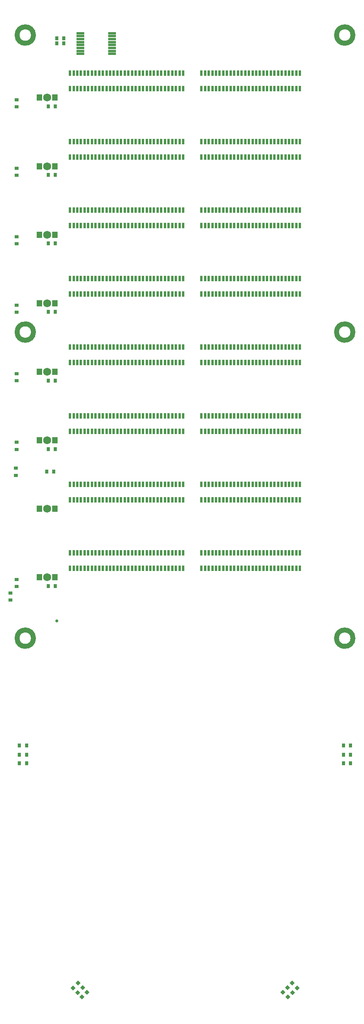
<source format=gts>
G04*
G04 #@! TF.GenerationSoftware,Altium Limited,Altium Designer,20.1.14 (287)*
G04*
G04 Layer_Color=8388736*
%FSLAX25Y25*%
%MOIN*%
G70*
G04*
G04 #@! TF.SameCoordinates,0DD39981-5369-47EA-9149-94963EAFD3A8*
G04*
G04*
G04 #@! TF.FilePolarity,Negative*
G04*
G01*
G75*
G04:AMPARAMS|DCode=21|XSize=29.78mil|YSize=32mil|CornerRadius=0mil|HoleSize=0mil|Usage=FLASHONLY|Rotation=135.000|XOffset=0mil|YOffset=0mil|HoleType=Round|Shape=Rectangle|*
%AMROTATEDRECTD21*
4,1,4,0.02184,0.00079,-0.00079,-0.02184,-0.02184,-0.00079,0.00079,0.02184,0.02184,0.00079,0.0*
%
%ADD21ROTATEDRECTD21*%

G04:AMPARAMS|DCode=22|XSize=29.78mil|YSize=32mil|CornerRadius=0mil|HoleSize=0mil|Usage=FLASHONLY|Rotation=45.000|XOffset=0mil|YOffset=0mil|HoleType=Round|Shape=Rectangle|*
%AMROTATEDRECTD22*
4,1,4,0.00079,-0.02184,-0.02184,0.00079,-0.00079,0.02184,0.02184,-0.00079,0.00079,-0.02184,0.0*
%
%ADD22ROTATEDRECTD22*%

%ADD23R,0.02978X0.03200*%
%ADD28R,0.03200X0.02978*%
%ADD33C,0.04331*%
%ADD34R,0.02362X0.05118*%
%ADD35R,0.06972X0.02172*%
%ADD36R,0.04567X0.05354*%
%ADD37C,0.06890*%
%ADD38C,0.02598*%
D21*
X88402Y-289190D02*
D03*
X92700Y-293488D02*
D03*
X92339Y-285253D02*
D03*
X96637Y-289550D02*
D03*
X88763Y-297425D02*
D03*
X84465Y-293127D02*
D03*
D22*
X-88402Y-289190D02*
D03*
X-92700Y-293488D02*
D03*
X-92339Y-285253D02*
D03*
X-96637Y-289550D02*
D03*
X-88763Y-297425D02*
D03*
X-84465Y-293127D02*
D03*
D23*
X-136725Y-80709D02*
D03*
X-142803D02*
D03*
X136725D02*
D03*
X142803D02*
D03*
Y-88583D02*
D03*
X136725D02*
D03*
X142803Y-95866D02*
D03*
X136725D02*
D03*
X-142803Y-88583D02*
D03*
X-136725D02*
D03*
X-142803Y-95866D02*
D03*
X-136725D02*
D03*
X-117999Y56693D02*
D03*
X-111921D02*
D03*
X-113299Y155413D02*
D03*
X-119377D02*
D03*
X-117999Y174803D02*
D03*
X-111921D02*
D03*
Y233858D02*
D03*
X-117999D02*
D03*
X-117999Y292913D02*
D03*
X-111921D02*
D03*
X-111922Y351966D02*
D03*
X-118000D02*
D03*
Y411021D02*
D03*
X-111922D02*
D03*
Y470076D02*
D03*
X-118000D02*
D03*
X-104539Y524311D02*
D03*
X-110617D02*
D03*
X-110617Y528839D02*
D03*
X-104539D02*
D03*
D28*
X-150492Y50677D02*
D03*
Y44599D02*
D03*
X-145275Y56410D02*
D03*
Y62488D02*
D03*
X-145964Y158256D02*
D03*
Y152178D02*
D03*
X-145275Y174520D02*
D03*
Y180598D02*
D03*
Y239653D02*
D03*
Y233575D02*
D03*
X-145275Y292630D02*
D03*
Y298708D02*
D03*
X-145276Y357761D02*
D03*
Y351683D02*
D03*
Y410738D02*
D03*
Y416816D02*
D03*
Y475871D02*
D03*
Y469793D02*
D03*
D33*
X-130708Y11811D02*
G03*
X-130708Y11811I-7087J0D01*
G01*
X144882D02*
G03*
X144882Y11811I-7087J0D01*
G01*
X-130708Y275590D02*
G03*
X-130708Y275590I-7087J0D01*
G01*
Y531496D02*
G03*
X-130708Y531496I-7087J0D01*
G01*
X144882Y275590D02*
G03*
X144882Y275590I-7087J0D01*
G01*
Y531496D02*
G03*
X144882Y531496I-7087J0D01*
G01*
D34*
X99213Y85433D02*
D03*
Y72047D02*
D03*
X96064Y85433D02*
D03*
Y72047D02*
D03*
X92914Y85433D02*
D03*
Y72047D02*
D03*
X89765Y85433D02*
D03*
Y72047D02*
D03*
X86615Y85433D02*
D03*
Y72047D02*
D03*
X83465Y85433D02*
D03*
Y72047D02*
D03*
X80316Y85433D02*
D03*
Y72047D02*
D03*
X77166Y85433D02*
D03*
Y72047D02*
D03*
X74016Y85433D02*
D03*
Y72047D02*
D03*
X70867Y85433D02*
D03*
Y72047D02*
D03*
X67717Y85433D02*
D03*
Y72047D02*
D03*
X64568Y85433D02*
D03*
Y72047D02*
D03*
X61418Y85433D02*
D03*
Y72047D02*
D03*
X58268Y85433D02*
D03*
Y72047D02*
D03*
X55119Y85433D02*
D03*
Y72047D02*
D03*
X51969Y85433D02*
D03*
Y72047D02*
D03*
X48820Y85433D02*
D03*
Y72047D02*
D03*
X45670Y85433D02*
D03*
Y72047D02*
D03*
X42520Y85433D02*
D03*
Y72047D02*
D03*
X39371Y85433D02*
D03*
Y72047D02*
D03*
X36221Y85433D02*
D03*
Y72047D02*
D03*
X33072Y85433D02*
D03*
Y72047D02*
D03*
X29922Y85433D02*
D03*
Y72047D02*
D03*
X26772Y85433D02*
D03*
Y72047D02*
D03*
X23623Y85433D02*
D03*
Y72047D02*
D03*
X20473Y85433D02*
D03*
Y72047D02*
D03*
X17324Y85433D02*
D03*
Y72047D02*
D03*
X14174Y85433D02*
D03*
Y72047D02*
D03*
X-1574Y85433D02*
D03*
Y72047D02*
D03*
X-4724Y85433D02*
D03*
Y72047D02*
D03*
X-7873Y85433D02*
D03*
Y72047D02*
D03*
X-11023Y85433D02*
D03*
Y72047D02*
D03*
X-14173Y85433D02*
D03*
Y72047D02*
D03*
X-17322Y85433D02*
D03*
Y72047D02*
D03*
X-20472Y85433D02*
D03*
Y72047D02*
D03*
X-23621Y85433D02*
D03*
Y72047D02*
D03*
X-26771Y85433D02*
D03*
Y72047D02*
D03*
X-29921Y85433D02*
D03*
Y72047D02*
D03*
X-33070Y85433D02*
D03*
Y72047D02*
D03*
X-36220Y85433D02*
D03*
Y72047D02*
D03*
X-39369Y85433D02*
D03*
Y72047D02*
D03*
X-42519Y85433D02*
D03*
Y72047D02*
D03*
X-45669Y85433D02*
D03*
Y72047D02*
D03*
X-48818Y85433D02*
D03*
Y72047D02*
D03*
X-51968Y85433D02*
D03*
Y72047D02*
D03*
X-55117Y85433D02*
D03*
Y72047D02*
D03*
X-58267Y85433D02*
D03*
Y72047D02*
D03*
X-61417Y85433D02*
D03*
Y72047D02*
D03*
X-64566Y85433D02*
D03*
Y72047D02*
D03*
X-67716Y85433D02*
D03*
Y72047D02*
D03*
X-70865Y85433D02*
D03*
Y72047D02*
D03*
X-74015Y85433D02*
D03*
Y72047D02*
D03*
X-77165Y85433D02*
D03*
Y72047D02*
D03*
X-80314Y85433D02*
D03*
Y72047D02*
D03*
X-83464Y85433D02*
D03*
Y72047D02*
D03*
X-86613Y85433D02*
D03*
Y72047D02*
D03*
X-89763Y85433D02*
D03*
Y72047D02*
D03*
X-92913Y85433D02*
D03*
Y72047D02*
D03*
X-96062Y85433D02*
D03*
Y72047D02*
D03*
X-99212Y85433D02*
D03*
Y72047D02*
D03*
X-99211Y249213D02*
D03*
Y262598D02*
D03*
X-96062Y249213D02*
D03*
Y262598D02*
D03*
X-92912Y249213D02*
D03*
Y262598D02*
D03*
X-89763Y249213D02*
D03*
Y262598D02*
D03*
X-86613Y249213D02*
D03*
Y262598D02*
D03*
X-83463Y249213D02*
D03*
Y262598D02*
D03*
X-80314Y249213D02*
D03*
Y262598D02*
D03*
X-77164Y249213D02*
D03*
Y262598D02*
D03*
X-74015Y249213D02*
D03*
Y262598D02*
D03*
X-70865Y249213D02*
D03*
Y262598D02*
D03*
X-67715Y249213D02*
D03*
Y262598D02*
D03*
X-64566Y249213D02*
D03*
Y262598D02*
D03*
X-61416Y249213D02*
D03*
Y262598D02*
D03*
X-58267Y249213D02*
D03*
Y262598D02*
D03*
X-55117Y249213D02*
D03*
Y262598D02*
D03*
X-51967Y249213D02*
D03*
Y262598D02*
D03*
X-48818Y249213D02*
D03*
Y262598D02*
D03*
X-45668Y249213D02*
D03*
Y262598D02*
D03*
X-42518Y249213D02*
D03*
Y262598D02*
D03*
X-39369Y249213D02*
D03*
Y262598D02*
D03*
X-36219Y249213D02*
D03*
Y262598D02*
D03*
X-33070Y249213D02*
D03*
Y262598D02*
D03*
X-29920Y249213D02*
D03*
Y262598D02*
D03*
X-26770Y249213D02*
D03*
Y262598D02*
D03*
X-23621Y249213D02*
D03*
Y262598D02*
D03*
X-20471Y249213D02*
D03*
Y262598D02*
D03*
X-17322Y249213D02*
D03*
Y262598D02*
D03*
X-14172Y249213D02*
D03*
Y262598D02*
D03*
X-11022Y249213D02*
D03*
Y262598D02*
D03*
X-7873Y249213D02*
D03*
Y262598D02*
D03*
X-4723Y249213D02*
D03*
Y262598D02*
D03*
X-1574Y249213D02*
D03*
Y262598D02*
D03*
X14174Y249213D02*
D03*
Y262598D02*
D03*
X17324Y249213D02*
D03*
Y262598D02*
D03*
X20474Y249213D02*
D03*
Y262598D02*
D03*
X23623Y249213D02*
D03*
Y262598D02*
D03*
X26773Y249213D02*
D03*
Y262598D02*
D03*
X29922Y249213D02*
D03*
Y262598D02*
D03*
X33072Y249213D02*
D03*
Y262598D02*
D03*
X36222Y249213D02*
D03*
Y262598D02*
D03*
X39371Y249213D02*
D03*
Y262598D02*
D03*
X42521Y249213D02*
D03*
Y262598D02*
D03*
X45671Y249213D02*
D03*
Y262598D02*
D03*
X48820Y249213D02*
D03*
Y262598D02*
D03*
X51970Y249213D02*
D03*
Y262598D02*
D03*
X55119Y249213D02*
D03*
Y262598D02*
D03*
X58269Y249213D02*
D03*
Y262598D02*
D03*
X61418Y249213D02*
D03*
Y262598D02*
D03*
X64568Y249213D02*
D03*
Y262598D02*
D03*
X67718Y249213D02*
D03*
Y262598D02*
D03*
X70867Y249213D02*
D03*
Y262598D02*
D03*
X74017Y249213D02*
D03*
Y262598D02*
D03*
X77166Y249213D02*
D03*
Y262598D02*
D03*
X80316Y249213D02*
D03*
Y262598D02*
D03*
X83466Y249213D02*
D03*
Y262598D02*
D03*
X86615Y249213D02*
D03*
Y262598D02*
D03*
X89765Y249213D02*
D03*
Y262598D02*
D03*
X92914Y249213D02*
D03*
Y262598D02*
D03*
X96064Y249213D02*
D03*
Y262598D02*
D03*
X99214Y249213D02*
D03*
Y262598D02*
D03*
X99213Y321654D02*
D03*
Y308268D02*
D03*
X96064Y321654D02*
D03*
Y308268D02*
D03*
X92914Y321654D02*
D03*
Y308268D02*
D03*
X89765Y321654D02*
D03*
Y308268D02*
D03*
X86615Y321654D02*
D03*
Y308268D02*
D03*
X83465Y321654D02*
D03*
Y308268D02*
D03*
X80316Y321654D02*
D03*
Y308268D02*
D03*
X77166Y321654D02*
D03*
Y308268D02*
D03*
X74016Y321654D02*
D03*
Y308268D02*
D03*
X70867Y321654D02*
D03*
Y308268D02*
D03*
X67717Y321654D02*
D03*
Y308268D02*
D03*
X64568Y321654D02*
D03*
Y308268D02*
D03*
X61418Y321654D02*
D03*
Y308268D02*
D03*
X58268Y321654D02*
D03*
Y308268D02*
D03*
X55119Y321654D02*
D03*
Y308268D02*
D03*
X51969Y321654D02*
D03*
Y308268D02*
D03*
X48820Y321654D02*
D03*
Y308268D02*
D03*
X45670Y321654D02*
D03*
Y308268D02*
D03*
X42520Y321654D02*
D03*
Y308268D02*
D03*
X39371Y321654D02*
D03*
Y308268D02*
D03*
X36221Y321654D02*
D03*
Y308268D02*
D03*
X33072Y321654D02*
D03*
Y308268D02*
D03*
X29922Y321654D02*
D03*
Y308268D02*
D03*
X26772Y321654D02*
D03*
Y308268D02*
D03*
X23623Y321654D02*
D03*
Y308268D02*
D03*
X20473Y321654D02*
D03*
Y308268D02*
D03*
X17324Y321654D02*
D03*
Y308268D02*
D03*
X14174Y321654D02*
D03*
Y308268D02*
D03*
X-1574Y321654D02*
D03*
Y308268D02*
D03*
X-4724Y321654D02*
D03*
Y308268D02*
D03*
X-7873Y321654D02*
D03*
Y308268D02*
D03*
X-11023Y321654D02*
D03*
Y308268D02*
D03*
X-14173Y321654D02*
D03*
Y308268D02*
D03*
X-17322Y321654D02*
D03*
Y308268D02*
D03*
X-20472Y321654D02*
D03*
Y308268D02*
D03*
X-23621Y321654D02*
D03*
Y308268D02*
D03*
X-26771Y321654D02*
D03*
Y308268D02*
D03*
X-29921Y321654D02*
D03*
Y308268D02*
D03*
X-33070Y321654D02*
D03*
Y308268D02*
D03*
X-36220Y321654D02*
D03*
Y308268D02*
D03*
X-39369Y321654D02*
D03*
Y308268D02*
D03*
X-42519Y321654D02*
D03*
Y308268D02*
D03*
X-45669Y321654D02*
D03*
Y308268D02*
D03*
X-48818Y321654D02*
D03*
Y308268D02*
D03*
X-51968Y321654D02*
D03*
Y308268D02*
D03*
X-55117Y321654D02*
D03*
Y308268D02*
D03*
X-58267Y321654D02*
D03*
Y308268D02*
D03*
X-61417Y321654D02*
D03*
Y308268D02*
D03*
X-64566Y321654D02*
D03*
Y308268D02*
D03*
X-67716Y321654D02*
D03*
Y308268D02*
D03*
X-70865Y321654D02*
D03*
Y308268D02*
D03*
X-74015Y321654D02*
D03*
Y308268D02*
D03*
X-77165Y321654D02*
D03*
Y308268D02*
D03*
X-80314Y321654D02*
D03*
Y308268D02*
D03*
X-83464Y321654D02*
D03*
Y308268D02*
D03*
X-86613Y321654D02*
D03*
Y308268D02*
D03*
X-89763Y321654D02*
D03*
Y308268D02*
D03*
X-92913Y321654D02*
D03*
Y308268D02*
D03*
X-96062Y321654D02*
D03*
Y308268D02*
D03*
X-99212Y321654D02*
D03*
Y308268D02*
D03*
X-99213Y367320D02*
D03*
Y380706D02*
D03*
X-96063Y367320D02*
D03*
Y380706D02*
D03*
X-92913Y367320D02*
D03*
Y380706D02*
D03*
X-89764Y367320D02*
D03*
Y380706D02*
D03*
X-86614Y367320D02*
D03*
Y380706D02*
D03*
X-83465Y367320D02*
D03*
Y380706D02*
D03*
X-80315Y367320D02*
D03*
Y380706D02*
D03*
X-77165Y367320D02*
D03*
Y380706D02*
D03*
X-74016Y367320D02*
D03*
Y380706D02*
D03*
X-70866Y367320D02*
D03*
Y380706D02*
D03*
X-67717Y367320D02*
D03*
Y380706D02*
D03*
X-64567Y367320D02*
D03*
Y380706D02*
D03*
X-61417Y367320D02*
D03*
Y380706D02*
D03*
X-58268Y367320D02*
D03*
Y380706D02*
D03*
X-55118Y367320D02*
D03*
Y380706D02*
D03*
X-51969Y367320D02*
D03*
Y380706D02*
D03*
X-48819Y367320D02*
D03*
Y380706D02*
D03*
X-45669Y367320D02*
D03*
Y380706D02*
D03*
X-42520Y367320D02*
D03*
Y380706D02*
D03*
X-39370Y367320D02*
D03*
Y380706D02*
D03*
X-36220Y367320D02*
D03*
Y380706D02*
D03*
X-33071Y367320D02*
D03*
Y380706D02*
D03*
X-29921Y367320D02*
D03*
Y380706D02*
D03*
X-26772Y367320D02*
D03*
Y380706D02*
D03*
X-23622Y367320D02*
D03*
Y380706D02*
D03*
X-20472Y367320D02*
D03*
Y380706D02*
D03*
X-17323Y367320D02*
D03*
Y380706D02*
D03*
X-14173Y367320D02*
D03*
Y380706D02*
D03*
X-11024Y367320D02*
D03*
Y380706D02*
D03*
X-7874Y367320D02*
D03*
Y380706D02*
D03*
X-4724Y367320D02*
D03*
Y380706D02*
D03*
X-1575Y367320D02*
D03*
Y380706D02*
D03*
X14173Y367320D02*
D03*
Y380706D02*
D03*
X17323Y367320D02*
D03*
Y380706D02*
D03*
X20472Y367320D02*
D03*
Y380706D02*
D03*
X23622Y367320D02*
D03*
Y380706D02*
D03*
X26772Y367320D02*
D03*
Y380706D02*
D03*
X29921Y367320D02*
D03*
Y380706D02*
D03*
X33071Y367320D02*
D03*
Y380706D02*
D03*
X36220Y367320D02*
D03*
Y380706D02*
D03*
X39370Y367320D02*
D03*
Y380706D02*
D03*
X42520Y367320D02*
D03*
Y380706D02*
D03*
X45669Y367320D02*
D03*
Y380706D02*
D03*
X48819Y367320D02*
D03*
Y380706D02*
D03*
X51968Y367320D02*
D03*
Y380706D02*
D03*
X55118Y367320D02*
D03*
Y380706D02*
D03*
X58268Y367320D02*
D03*
Y380706D02*
D03*
X61417Y367320D02*
D03*
Y380706D02*
D03*
X64567Y367320D02*
D03*
Y380706D02*
D03*
X67716Y367320D02*
D03*
Y380706D02*
D03*
X70866Y367320D02*
D03*
Y380706D02*
D03*
X74016Y367320D02*
D03*
Y380706D02*
D03*
X77165Y367320D02*
D03*
Y380706D02*
D03*
X80315Y367320D02*
D03*
Y380706D02*
D03*
X83464Y367320D02*
D03*
Y380706D02*
D03*
X86614Y367320D02*
D03*
Y380706D02*
D03*
X89764Y367320D02*
D03*
Y380706D02*
D03*
X92913Y367320D02*
D03*
Y380706D02*
D03*
X96063Y367320D02*
D03*
Y380706D02*
D03*
X99212Y367320D02*
D03*
Y380706D02*
D03*
Y439761D02*
D03*
Y426375D02*
D03*
X96063Y439761D02*
D03*
Y426375D02*
D03*
X92913Y439761D02*
D03*
Y426375D02*
D03*
X89764Y439761D02*
D03*
Y426375D02*
D03*
X86614Y439761D02*
D03*
Y426375D02*
D03*
X83464Y439761D02*
D03*
Y426375D02*
D03*
X80315Y439761D02*
D03*
Y426375D02*
D03*
X77165Y439761D02*
D03*
Y426375D02*
D03*
X74016Y439761D02*
D03*
Y426375D02*
D03*
X70866Y439761D02*
D03*
Y426375D02*
D03*
X67716Y439761D02*
D03*
Y426375D02*
D03*
X64567Y439761D02*
D03*
Y426375D02*
D03*
X61417Y439761D02*
D03*
Y426375D02*
D03*
X58268Y439761D02*
D03*
Y426375D02*
D03*
X55118Y439761D02*
D03*
Y426375D02*
D03*
X51968Y439761D02*
D03*
Y426375D02*
D03*
X48819Y439761D02*
D03*
Y426375D02*
D03*
X45669Y439761D02*
D03*
Y426375D02*
D03*
X42520Y439761D02*
D03*
Y426375D02*
D03*
X39370Y439761D02*
D03*
Y426375D02*
D03*
X36220Y439761D02*
D03*
Y426375D02*
D03*
X33071Y439761D02*
D03*
Y426375D02*
D03*
X29921Y439761D02*
D03*
Y426375D02*
D03*
X26772Y439761D02*
D03*
Y426375D02*
D03*
X23622Y439761D02*
D03*
Y426375D02*
D03*
X20472Y439761D02*
D03*
Y426375D02*
D03*
X17323Y439761D02*
D03*
Y426375D02*
D03*
X14173Y439761D02*
D03*
Y426375D02*
D03*
X-1575Y439761D02*
D03*
Y426375D02*
D03*
X-4724Y439761D02*
D03*
Y426375D02*
D03*
X-7874Y439761D02*
D03*
Y426375D02*
D03*
X-11024Y439761D02*
D03*
Y426375D02*
D03*
X-14173Y439761D02*
D03*
Y426375D02*
D03*
X-17323Y439761D02*
D03*
Y426375D02*
D03*
X-20472Y439761D02*
D03*
Y426375D02*
D03*
X-23622Y439761D02*
D03*
Y426375D02*
D03*
X-26772Y439761D02*
D03*
Y426375D02*
D03*
X-29921Y439761D02*
D03*
Y426375D02*
D03*
X-33071Y439761D02*
D03*
Y426375D02*
D03*
X-36220Y439761D02*
D03*
Y426375D02*
D03*
X-39370Y439761D02*
D03*
Y426375D02*
D03*
X-42520Y439761D02*
D03*
Y426375D02*
D03*
X-45669Y439761D02*
D03*
Y426375D02*
D03*
X-48819Y439761D02*
D03*
Y426375D02*
D03*
X-51969Y439761D02*
D03*
Y426375D02*
D03*
X-55118Y439761D02*
D03*
Y426375D02*
D03*
X-58268Y439761D02*
D03*
Y426375D02*
D03*
X-61417Y439761D02*
D03*
Y426375D02*
D03*
X-64567Y439761D02*
D03*
Y426375D02*
D03*
X-67717Y439761D02*
D03*
Y426375D02*
D03*
X-70866Y439761D02*
D03*
Y426375D02*
D03*
X-74016Y439761D02*
D03*
Y426375D02*
D03*
X-77165Y439761D02*
D03*
Y426375D02*
D03*
X-80315Y439761D02*
D03*
Y426375D02*
D03*
X-83465Y439761D02*
D03*
Y426375D02*
D03*
X-86614Y439761D02*
D03*
Y426375D02*
D03*
X-89764Y439761D02*
D03*
Y426375D02*
D03*
X-92913Y439761D02*
D03*
Y426375D02*
D03*
X-96063Y439761D02*
D03*
Y426375D02*
D03*
X-99213Y439761D02*
D03*
Y426375D02*
D03*
Y485431D02*
D03*
Y498816D02*
D03*
X-96063Y485431D02*
D03*
Y498816D02*
D03*
X-92913Y485431D02*
D03*
Y498816D02*
D03*
X-89764Y485431D02*
D03*
Y498816D02*
D03*
X-86614Y485431D02*
D03*
Y498816D02*
D03*
X-83465Y485431D02*
D03*
Y498816D02*
D03*
X-80315Y485431D02*
D03*
Y498816D02*
D03*
X-77165Y485431D02*
D03*
Y498816D02*
D03*
X-74016Y485431D02*
D03*
Y498816D02*
D03*
X-70866Y485431D02*
D03*
Y498816D02*
D03*
X-67717Y485431D02*
D03*
Y498816D02*
D03*
X-64567Y485431D02*
D03*
Y498816D02*
D03*
X-61417Y485431D02*
D03*
Y498816D02*
D03*
X-58268Y485431D02*
D03*
Y498816D02*
D03*
X-55118Y485431D02*
D03*
Y498816D02*
D03*
X-51969Y485431D02*
D03*
Y498816D02*
D03*
X-48819Y485431D02*
D03*
Y498816D02*
D03*
X-45669Y485431D02*
D03*
Y498816D02*
D03*
X-42520Y485431D02*
D03*
Y498816D02*
D03*
X-39370Y485431D02*
D03*
Y498816D02*
D03*
X-36220Y485431D02*
D03*
Y498816D02*
D03*
X-33071Y485431D02*
D03*
Y498816D02*
D03*
X-29921Y485431D02*
D03*
Y498816D02*
D03*
X-26772Y485431D02*
D03*
Y498816D02*
D03*
X-23622Y485431D02*
D03*
Y498816D02*
D03*
X-20472Y485431D02*
D03*
Y498816D02*
D03*
X-17323Y485431D02*
D03*
Y498816D02*
D03*
X-14173Y485431D02*
D03*
Y498816D02*
D03*
X-11024Y485431D02*
D03*
Y498816D02*
D03*
X-7874Y485431D02*
D03*
Y498816D02*
D03*
X-4724Y485431D02*
D03*
Y498816D02*
D03*
X-1575Y485431D02*
D03*
Y498816D02*
D03*
X14173Y485431D02*
D03*
Y498816D02*
D03*
X17323Y485431D02*
D03*
Y498816D02*
D03*
X20472Y485431D02*
D03*
Y498816D02*
D03*
X23622Y485431D02*
D03*
Y498816D02*
D03*
X26772Y485431D02*
D03*
Y498816D02*
D03*
X29921Y485431D02*
D03*
Y498816D02*
D03*
X33071Y485431D02*
D03*
Y498816D02*
D03*
X36220Y485431D02*
D03*
Y498816D02*
D03*
X39370Y485431D02*
D03*
Y498816D02*
D03*
X42520Y485431D02*
D03*
Y498816D02*
D03*
X45669Y485431D02*
D03*
Y498816D02*
D03*
X48819Y485431D02*
D03*
Y498816D02*
D03*
X51968Y485431D02*
D03*
Y498816D02*
D03*
X55118Y485431D02*
D03*
Y498816D02*
D03*
X58268Y485431D02*
D03*
Y498816D02*
D03*
X61417Y485431D02*
D03*
Y498816D02*
D03*
X64567Y485431D02*
D03*
Y498816D02*
D03*
X67716Y485431D02*
D03*
Y498816D02*
D03*
X70866Y485431D02*
D03*
Y498816D02*
D03*
X74016Y485431D02*
D03*
Y498816D02*
D03*
X77165Y485431D02*
D03*
Y498816D02*
D03*
X80315Y485431D02*
D03*
Y498816D02*
D03*
X83464Y485431D02*
D03*
Y498816D02*
D03*
X86614Y485431D02*
D03*
Y498816D02*
D03*
X89764Y485431D02*
D03*
Y498816D02*
D03*
X92913Y485431D02*
D03*
Y498816D02*
D03*
X96063Y485431D02*
D03*
Y498816D02*
D03*
X99212Y485431D02*
D03*
Y498816D02*
D03*
X99212Y203542D02*
D03*
Y190156D02*
D03*
X96062Y203542D02*
D03*
Y190156D02*
D03*
X92913Y203542D02*
D03*
Y190156D02*
D03*
X89763Y203542D02*
D03*
Y190156D02*
D03*
X86614Y203542D02*
D03*
Y190156D02*
D03*
X83464Y203542D02*
D03*
Y190156D02*
D03*
X80314Y203542D02*
D03*
Y190156D02*
D03*
X77165Y203542D02*
D03*
Y190156D02*
D03*
X74015Y203542D02*
D03*
Y190156D02*
D03*
X70866Y203542D02*
D03*
Y190156D02*
D03*
X67716Y203542D02*
D03*
Y190156D02*
D03*
X64566Y203542D02*
D03*
Y190156D02*
D03*
X61417Y203542D02*
D03*
Y190156D02*
D03*
X58267Y203542D02*
D03*
Y190156D02*
D03*
X55118Y203542D02*
D03*
Y190156D02*
D03*
X51968Y203542D02*
D03*
Y190156D02*
D03*
X48818Y203542D02*
D03*
Y190156D02*
D03*
X45669Y203542D02*
D03*
Y190156D02*
D03*
X42519Y203542D02*
D03*
Y190156D02*
D03*
X39370Y203542D02*
D03*
Y190156D02*
D03*
X36220Y203542D02*
D03*
Y190156D02*
D03*
X33070Y203542D02*
D03*
Y190156D02*
D03*
X29921Y203542D02*
D03*
Y190156D02*
D03*
X26771Y203542D02*
D03*
Y190156D02*
D03*
X23621Y203542D02*
D03*
Y190156D02*
D03*
X20472Y203542D02*
D03*
Y190156D02*
D03*
X17322Y203542D02*
D03*
Y190156D02*
D03*
X14173Y203542D02*
D03*
Y190156D02*
D03*
X-1575Y203542D02*
D03*
Y190156D02*
D03*
X-4725Y203542D02*
D03*
Y190156D02*
D03*
X-7875Y203542D02*
D03*
Y190156D02*
D03*
X-11024Y203542D02*
D03*
Y190156D02*
D03*
X-14174Y203542D02*
D03*
Y190156D02*
D03*
X-17323Y203542D02*
D03*
Y190156D02*
D03*
X-20473Y203542D02*
D03*
Y190156D02*
D03*
X-23623Y203542D02*
D03*
Y190156D02*
D03*
X-26772Y203542D02*
D03*
Y190156D02*
D03*
X-29922Y203542D02*
D03*
Y190156D02*
D03*
X-33071Y203542D02*
D03*
Y190156D02*
D03*
X-36221Y203542D02*
D03*
Y190156D02*
D03*
X-39371Y203542D02*
D03*
Y190156D02*
D03*
X-42520Y203542D02*
D03*
Y190156D02*
D03*
X-45670Y203542D02*
D03*
Y190156D02*
D03*
X-48819Y203542D02*
D03*
Y190156D02*
D03*
X-51969Y203542D02*
D03*
Y190156D02*
D03*
X-55119Y203542D02*
D03*
Y190156D02*
D03*
X-58268Y203542D02*
D03*
Y190156D02*
D03*
X-61418Y203542D02*
D03*
Y190156D02*
D03*
X-64567Y203542D02*
D03*
Y190156D02*
D03*
X-67717Y203542D02*
D03*
Y190156D02*
D03*
X-70867Y203542D02*
D03*
Y190156D02*
D03*
X-74016Y203542D02*
D03*
Y190156D02*
D03*
X-77166Y203542D02*
D03*
Y190156D02*
D03*
X-80316Y203542D02*
D03*
Y190156D02*
D03*
X-83465Y203542D02*
D03*
Y190156D02*
D03*
X-86615Y203542D02*
D03*
Y190156D02*
D03*
X-89764Y203542D02*
D03*
Y190156D02*
D03*
X-92914Y203542D02*
D03*
Y190156D02*
D03*
X-96064Y203542D02*
D03*
Y190156D02*
D03*
X-99213Y203542D02*
D03*
Y190156D02*
D03*
X-99211Y131102D02*
D03*
Y144488D02*
D03*
X-96062Y131102D02*
D03*
Y144488D02*
D03*
X-92912Y131102D02*
D03*
Y144488D02*
D03*
X-89763Y131102D02*
D03*
Y144488D02*
D03*
X-86613Y131102D02*
D03*
Y144488D02*
D03*
X-83463Y131102D02*
D03*
Y144488D02*
D03*
X-80314Y131102D02*
D03*
Y144488D02*
D03*
X-77164Y131102D02*
D03*
Y144488D02*
D03*
X-74015Y131102D02*
D03*
Y144488D02*
D03*
X-70865Y131102D02*
D03*
Y144488D02*
D03*
X-67715Y131102D02*
D03*
Y144488D02*
D03*
X-64566Y131102D02*
D03*
Y144488D02*
D03*
X-61416Y131102D02*
D03*
Y144488D02*
D03*
X-58267Y131102D02*
D03*
Y144488D02*
D03*
X-55117Y131102D02*
D03*
Y144488D02*
D03*
X-51967Y131102D02*
D03*
Y144488D02*
D03*
X-48818Y131102D02*
D03*
Y144488D02*
D03*
X-45668Y131102D02*
D03*
Y144488D02*
D03*
X-42518Y131102D02*
D03*
Y144488D02*
D03*
X-39369Y131102D02*
D03*
Y144488D02*
D03*
X-36219Y131102D02*
D03*
Y144488D02*
D03*
X-33070Y131102D02*
D03*
Y144488D02*
D03*
X-29920Y131102D02*
D03*
Y144488D02*
D03*
X-26770Y131102D02*
D03*
Y144488D02*
D03*
X-23621Y131102D02*
D03*
Y144488D02*
D03*
X-20471Y131102D02*
D03*
Y144488D02*
D03*
X-17322Y131102D02*
D03*
Y144488D02*
D03*
X-14172Y131102D02*
D03*
Y144488D02*
D03*
X-11022Y131102D02*
D03*
Y144488D02*
D03*
X-7873Y131102D02*
D03*
Y144488D02*
D03*
X-4723Y131102D02*
D03*
Y144488D02*
D03*
X-1574Y131102D02*
D03*
Y144488D02*
D03*
X14174Y131102D02*
D03*
Y144488D02*
D03*
X17324Y131102D02*
D03*
Y144488D02*
D03*
X20474Y131102D02*
D03*
Y144488D02*
D03*
X23623Y131102D02*
D03*
Y144488D02*
D03*
X26773Y131102D02*
D03*
Y144488D02*
D03*
X29922Y131102D02*
D03*
Y144488D02*
D03*
X33072Y131102D02*
D03*
Y144488D02*
D03*
X36222Y131102D02*
D03*
Y144488D02*
D03*
X39371Y131102D02*
D03*
Y144488D02*
D03*
X42521Y131102D02*
D03*
Y144488D02*
D03*
X45671Y131102D02*
D03*
Y144488D02*
D03*
X48820Y131102D02*
D03*
Y144488D02*
D03*
X51970Y131102D02*
D03*
Y144488D02*
D03*
X55119Y131102D02*
D03*
Y144488D02*
D03*
X58269Y131102D02*
D03*
Y144488D02*
D03*
X61418Y131102D02*
D03*
Y144488D02*
D03*
X64568Y131102D02*
D03*
Y144488D02*
D03*
X67718Y131102D02*
D03*
Y144488D02*
D03*
X70867Y131102D02*
D03*
Y144488D02*
D03*
X74017Y131102D02*
D03*
Y144488D02*
D03*
X77166Y131102D02*
D03*
Y144488D02*
D03*
X80316Y131102D02*
D03*
Y144488D02*
D03*
X83466Y131102D02*
D03*
Y144488D02*
D03*
X86615Y131102D02*
D03*
Y144488D02*
D03*
X89765Y131102D02*
D03*
Y144488D02*
D03*
X92914Y131102D02*
D03*
Y144488D02*
D03*
X96064Y131102D02*
D03*
Y144488D02*
D03*
X99214Y131102D02*
D03*
Y144488D02*
D03*
D35*
X-90373Y533169D02*
D03*
Y530610D02*
D03*
Y528051D02*
D03*
Y525492D02*
D03*
Y522933D02*
D03*
Y520374D02*
D03*
Y517815D02*
D03*
Y515256D02*
D03*
X-62973D02*
D03*
Y517815D02*
D03*
Y520374D02*
D03*
Y522933D02*
D03*
Y525492D02*
D03*
Y528051D02*
D03*
Y530610D02*
D03*
Y533169D02*
D03*
D36*
X-112322Y64213D02*
D03*
X-125708D02*
D03*
X-125707Y123268D02*
D03*
X-112322D02*
D03*
Y182323D02*
D03*
X-125707D02*
D03*
Y241378D02*
D03*
X-112322D02*
D03*
X-112322Y300433D02*
D03*
X-125708D02*
D03*
X-125709Y359486D02*
D03*
X-112323D02*
D03*
Y418541D02*
D03*
X-125709D02*
D03*
Y477596D02*
D03*
X-112323D02*
D03*
D37*
X-119015Y64213D02*
D03*
X-119015Y123268D02*
D03*
Y182323D02*
D03*
Y241378D02*
D03*
X-119015Y300433D02*
D03*
X-119016Y359486D02*
D03*
Y418541D02*
D03*
Y477596D02*
D03*
D38*
X-110630Y26772D02*
D03*
M02*

</source>
